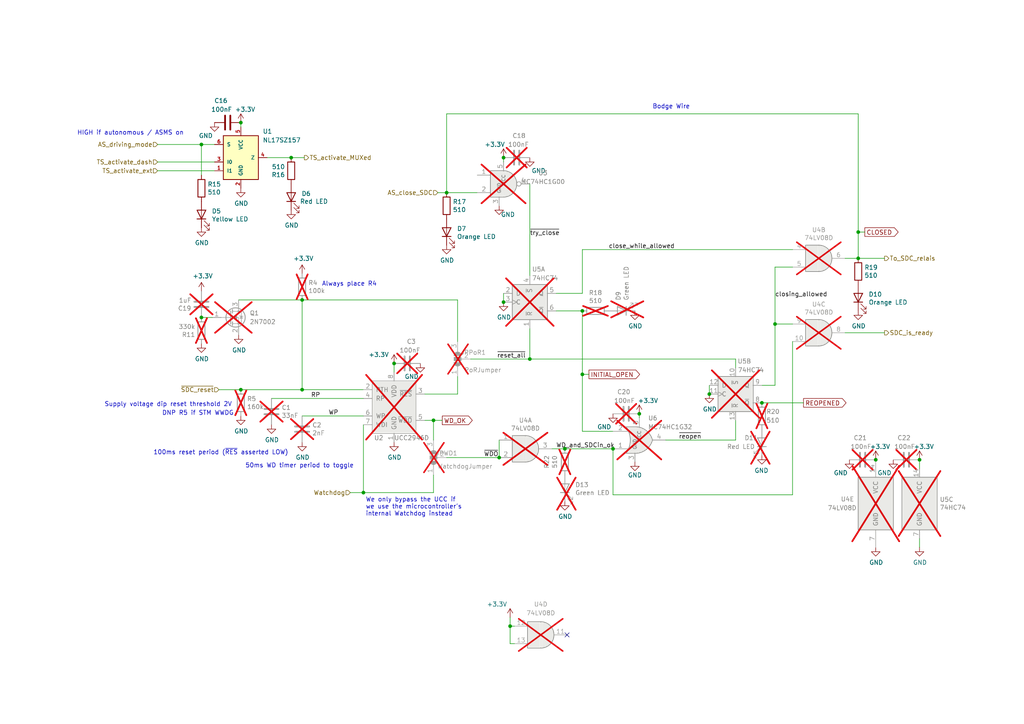
<source format=kicad_sch>
(kicad_sch (version 20230121) (generator eeschema)
  (paper "A4")
  (title_block (title "SDCL - Non-Programmable Logic") (date "2021-12-16") (rev "v1.0") (company "FaSTTUBe - Formula Student Team TU Berlin") (comment 1 "Car 113") (comment 2 "EBS Electronics") (comment 3 "Compliance for rule T 14.5.1 and T 14.5.2") (comment 4 "Hard-Wired logic for SDC relay latching and activation buttons"))
  (lib_symbols
    (symbol "74xx:74HC74" (pin_names (offset 1.016))
      (property "Reference" "U" (at -7.62 8.89 0))
      (property "Value" "74HC74" (at -7.62 -8.89 0))
      (symbol "74HC74_1_0"
        (pin input line (at 0 -7.62 90) (length 2.54) (name "~{R}") (number "1"))
        (pin input line (at -7.62 2.54 0) (length 2.54) (name "D") (number "2"))
        (pin input clock (at -7.62 0 0) (length 2.54) (name "C") (number "3"))
        (pin input line (at 0 7.62 270) (length 2.54) (name "~{S}") (number "4"))
        (pin output line (at 7.62 2.54 180) (length 2.54) (name "Q") (number "5"))
        (pin output line (at 7.62 -2.54 180) (length 2.54) (name "~{Q}") (number "6"))
      )
      (symbol "74HC74_1_1"
        (rectangle (start -5.08 5.08) (end 5.08 -5.08) (stroke (width 0.254)) (fill (type background)))
      )
      (symbol "74HC74_2_0"
        (pin input line (at 0 7.62 270) (length 2.54) (name "~{S}") (number "10"))
        (pin input clock (at -7.62 0 0) (length 2.54) (name "C") (number "11"))
        (pin input line (at -7.62 2.54 0) (length 2.54) (name "D") (number "12"))
        (pin input line (at 0 -7.62 90) (length 2.54) (name "~{R}") (number "13"))
        (pin output line (at 7.62 -2.54 180) (length 2.54) (name "~{Q}") (number "8"))
        (pin output line (at 7.62 2.54 180) (length 2.54) (name "Q") (number "9"))
      )
      (symbol "74HC74_2_1"
        (rectangle (start -5.08 5.08) (end 5.08 -5.08) (stroke (width 0.254)) (fill (type background)))
      )
      (symbol "74HC74_3_0"
        (pin power_in line (at 0 10.16 270) (length 2.54) (name "VCC") (number "14"))
        (pin power_in line (at 0 -10.16 90) (length 2.54) (name "GND") (number "7"))
      )
      (symbol "74HC74_3_1"
        (rectangle (start -5.08 7.62) (end 5.08 -7.62) (stroke (width 0.254)) (fill (type background)))
      )
    )
    (symbol "Custom:74LV08D" (pin_names (offset 1.016))
      (property "Reference" "U" (at 3.81 6.35 0))
      (property "Value" "74LV08D" (at 7.62 3.81 0))
      (symbol "74LV08D_1_1"
        (arc (start 0 -3.81) (mid 3.7934 0) (end 0 3.81) (stroke (width 0.254)) (fill (type background)))
        (polyline (pts (xy 0 3.81) (xy -3.81 3.81) (xy -3.81 -3.81) (xy 0 -3.81)) (stroke (width 0.254)) (fill (type background)))
        (pin input line (at -7.62 2.54 0) (length 3.81) (name "~") (number "1"))
        (pin input line (at -7.62 -2.54 0) (length 3.81) (name "~") (number "2"))
        (pin output line (at 7.62 0 180) (length 3.81) (name "~") (number "3"))
      )
      (symbol "74LV08D_1_2"
        (arc (start -3.81 -3.81) (mid -2.589 0) (end -3.81 3.81) (stroke (width 0.254)))
        (arc (start -0.6096 -3.81) (mid 2.1842 -2.5851) (end 3.81 0) (stroke (width 0.254)) (fill (type background)))
        (polyline (pts (xy -3.81 -3.81) (xy -0.635 -3.81)) (stroke (width 0.254)) (fill (type background)))
        (polyline (pts (xy -3.81 3.81) (xy -0.635 3.81)) (stroke (width 0.254)) (fill (type background)))
        (polyline (pts (xy -0.635 3.81) (xy -3.81 3.81) (xy -3.81 3.81) (xy -3.556 3.4036) (xy -3.0226 2.2606) (xy -2.6924 1.0414) (xy -2.6162 -0.254) (xy -2.7686 -1.4986) (xy -3.175 -2.7178) (xy -3.81 -3.81) (xy -3.81 -3.81) (xy -0.635 -3.81)) (stroke (width -25.4)) (fill (type background)))
        (arc (start 3.81 0) (mid 2.1915 2.5936) (end -0.6096 3.81) (stroke (width 0.254)) (fill (type background)))
        (pin input inverted (at -7.62 2.54 0) (length 4.318) (name "~") (number "1"))
        (pin input inverted (at -7.62 -2.54 0) (length 4.318) (name "~") (number "2"))
        (pin output inverted (at 7.62 0 180) (length 3.81) (name "~") (number "3"))
      )
      (symbol "74LV08D_2_1"
        (arc (start 0 -3.81) (mid 3.7934 0) (end 0 3.81) (stroke (width 0.254)) (fill (type background)))
        (polyline (pts (xy 0 3.81) (xy -3.81 3.81) (xy -3.81 -3.81) (xy 0 -3.81)) (stroke (width 0.254)) (fill (type background)))
        (pin input line (at -7.62 2.54 0) (length 3.81) (name "~") (number "4"))
        (pin input line (at -7.62 -2.54 0) (length 3.81) (name "~") (number "5"))
        (pin output line (at 7.62 0 180) (length 3.81) (name "~") (number "6"))
      )
      (symbol "74LV08D_2_2"
        (arc (start -3.81 -3.81) (mid -2.589 0) (end -3.81 3.81) (stroke (width 0.254)))
        (arc (start -0.6096 -3.81) (mid 2.1842 -2.5851) (end 3.81 0) (stroke (width 0.254)) (fill (type background)))
        (polyline (pts (xy -3.81 -3.81) (xy -0.635 -3.81)) (stroke (width 0.254)) (fill (type background)))
        (polyline (pts (xy -3.81 3.81) (xy -0.635 3.81)) (stroke (width 0.254)) (fill (type background)))
        (polyline (pts (xy -0.635 3.81) (xy -3.81 3.81) (xy -3.81 3.81) (xy -3.556 3.4036) (xy -3.0226 2.2606) (xy -2.6924 1.0414) (xy -2.6162 -0.254) (xy -2.7686 -1.4986) (xy -3.175 -2.7178) (xy -3.81 -3.81) (xy -3.81 -3.81) (xy -0.635 -3.81)) (stroke (width -25.4)) (fill (type background)))
        (arc (start 3.81 0) (mid 2.1915 2.5936) (end -0.6096 3.81) (stroke (width 0.254)) (fill (type background)))
        (pin input inverted (at -7.62 2.54 0) (length 4.318) (name "~") (number "4"))
        (pin input inverted (at -7.62 -2.54 0) (length 4.318) (name "~") (number "5"))
        (pin output inverted (at 7.62 0 180) (length 3.81) (name "~") (number "6"))
      )
      (symbol "74LV08D_3_1"
        (arc (start 0 -3.81) (mid 3.7934 0) (end 0 3.81) (stroke (width 0.254)) (fill (type background)))
        (polyline (pts (xy 0 3.81) (xy -3.81 3.81) (xy -3.81 -3.81) (xy 0 -3.81)) (stroke (width 0.254)) (fill (type background)))
        (pin input line (at -7.62 -2.54 0) (length 3.81) (name "~") (number "10"))
        (pin output line (at 7.62 0 180) (length 3.81) (name "~") (number "8"))
        (pin input line (at -7.62 2.54 0) (length 3.81) (name "~") (number "9"))
      )
      (symbol "74LV08D_3_2"
        (arc (start -3.81 -3.81) (mid -2.589 0) (end -3.81 3.81) (stroke (width 0.254)))
        (arc (start -0.6096 -3.81) (mid 2.1842 -2.5851) (end 3.81 0) (stroke (width 0.254)) (fill (type background)))
        (polyline (pts (xy -3.81 -3.81) (xy -0.635 -3.81)) (stroke (width 0.254)) (fill (type background)))
        (polyline (pts (xy -3.81 3.81) (xy -0.635 3.81)) (stroke (width 0.254)) (fill (type background)))
        (polyline (pts (xy -0.635 3.81) (xy -3.81 3.81) (xy -3.81 3.81) (xy -3.556 3.4036) (xy -3.0226 2.2606) (xy -2.6924 1.0414) (xy -2.6162 -0.254) (xy -2.7686 -1.4986) (xy -3.175 -2.7178) (xy -3.81 -3.81) (xy -3.81 -3.81) (xy -0.635 -3.81)) (stroke (width -25.4)) (fill (type background)))
        (arc (start 3.81 0) (mid 2.1915 2.5936) (end -0.6096 3.81) (stroke (width 0.254)) (fill (type background)))
        (pin input inverted (at -7.62 -2.54 0) (length 4.318) (name "~") (number "10"))
        (pin output inverted (at 7.62 0 180) (length 3.81) (name "~") (number "8"))
        (pin input inverted (at -7.62 2.54 0) (length 4.318) (name "~") (number "9"))
      )
      (symbol "74LV08D_4_1"
        (arc (start 0 -3.81) (mid 3.7934 0) (end 0 3.81) (stroke (width 0.254)) (fill (type background)))
        (polyline (pts (xy 0 3.81) (xy -3.81 3.81) (xy -3.81 -3.81) (xy 0 -3.81)) (stroke (width 0.254)) (fill (type background)))
        (pin output line (at 7.62 0 180) (length 3.81) (name "~") (number "11"))
        (pin input line (at -7.62 2.54 0) (length 3.81) (name "~") (number "12"))
        (pin input line (at -7.62 -2.54 0) (length 3.81) (name "~") (number "13"))
      )
      (symbol "74LV08D_4_2"
        (arc (start -3.81 -3.81) (mid -2.589 0) (end -3.81 3.81) (stroke (width 0.254)))
        (arc (start -0.6096 -3.81) (mid 2.1842 -2.5851) (end 3.81 0) (stroke (width 0.254)) (fill (type background)))
        (polyline (pts (xy -3.81 -3.81) (xy -0.635 -3.81)) (stroke (width 0.254)) (fill (type background)))
        (polyline (pts (xy -3.81 3.81) (xy -0.635 3.81)) (stroke (width 0.254)) (fill (type background)))
        (polyline (pts (xy -0.635 3.81) (xy -3.81 3.81) (xy -3.81 3.81) (xy -3.556 3.4036) (xy -3.0226 2.2606) (xy -2.6924 1.0414) (xy -2.6162 -0.254) (xy -2.7686 -1.4986) (xy -3.175 -2.7178) (xy -3.81 -3.81) (xy -3.81 -3.81) (xy -0.635 -3.81)) (stroke (width -25.4)) (fill (type background)))
        (arc (start 3.81 0) (mid 2.1915 2.5936) (end -0.6096 3.81) (stroke (width 0.254)) (fill (type background)))
        (pin output inverted (at 7.62 0 180) (length 3.81) (name "~") (number "11"))
        (pin input inverted (at -7.62 2.54 0) (length 4.318) (name "~") (number "12"))
        (pin input inverted (at -7.62 -2.54 0) (length 4.318) (name "~") (number "13"))
      )
      (symbol "74LV08D_5_0"
        (pin power_in line (at 0 12.7 270) (length 5.08) (name "VCC") (number "14"))
        (pin power_in line (at 0 -12.7 90) (length 5.08) (name "GND") (number "7"))
      )
      (symbol "74LV08D_5_1"
        (rectangle (start -5.08 7.62) (end 5.08 -7.62) (stroke (width 0.254)) (fill (type background)))
      )
    )
    (symbol "Custom:MC74HC1G00" (pin_names (offset 1.016))
      (property "Reference" "U" (at 1.27 7.62 0))
      (property "Value" "MC74HC1G00" (at 7.62 5.08 0))
      (symbol "MC74HC1G00_1_1"
        (arc (start 0 -3.81) (mid 3.7934 0) (end 0 3.81) (stroke (width 0.254)) (fill (type background)))
        (polyline (pts (xy 0 3.81) (xy -3.81 3.81) (xy -3.81 -3.81) (xy 0 -3.81)) (stroke (width 0.254)) (fill (type background)))
        (pin input line (at -7.62 2.54 0) (length 3.81) (name "~") (number "1"))
        (pin input line (at -7.62 -2.54 0) (length 3.81) (name "~") (number "2"))
        (pin power_in line (at -1.27 -6.35 90) (length 2.54) (name "GND") (number "3"))
        (pin output inverted (at 7.62 0 180) (length 3.81) (name "~") (number "4"))
        (pin power_in line (at 0 6.35 270) (length 2.54) (name "VCC") (number "5"))
      )
      (symbol "MC74HC1G00_1_2"
        (arc (start -3.81 -3.81) (mid -2.589 0) (end -3.81 3.81) (stroke (width 0.254)))
        (arc (start -0.6096 -3.81) (mid 2.1842 -2.5851) (end 3.81 0) (stroke (width 0.254)) (fill (type background)))
        (polyline (pts (xy -3.81 -3.81) (xy -0.635 -3.81)) (stroke (width 0.254)) (fill (type background)))
        (polyline (pts (xy -3.81 3.81) (xy -0.635 3.81)) (stroke (width 0.254)) (fill (type background)))
        (polyline (pts (xy -0.635 3.81) (xy -3.81 3.81) (xy -3.81 3.81) (xy -3.556 3.4036) (xy -3.0226 2.2606) (xy -2.6924 1.0414) (xy -2.6162 -0.254) (xy -2.7686 -1.4986) (xy -3.175 -2.7178) (xy -3.81 -3.81) (xy -3.81 -3.81) (xy -0.635 -3.81)) (stroke (width -25.4)) (fill (type background)))
        (arc (start 3.81 0) (mid 2.1915 2.5936) (end -0.6096 3.81) (stroke (width 0.254)) (fill (type background)))
        (pin input inverted (at -7.62 2.54 0) (length 4.318) (name "~") (number "1"))
        (pin input inverted (at -7.62 -2.54 0) (length 4.318) (name "~") (number "2"))
        (pin output line (at 7.62 0 180) (length 3.81) (name "~") (number "3"))
      )
    )
    (symbol "Custom:MC74HC1G32" (pin_names (offset 1.016))
      (property "Reference" "U6" (at 2.54 6.35 0))
      (property "Value" "MC74HC1G32" (at 2.54 3.81 0))
      (symbol "MC74HC1G32_1_1"
        (arc (start -3.81 -3.81) (mid -2.589 0) (end -3.81 3.81) (stroke (width 0.254)))
        (arc (start -0.6096 -3.81) (mid 2.1842 -2.5851) (end 3.81 0) (stroke (width 0.254)) (fill (type background)))
        (polyline (pts (xy -3.81 -3.81) (xy -0.635 -3.81)) (stroke (width 0.254)) (fill (type background)))
        (polyline (pts (xy -3.81 3.81) (xy -0.635 3.81)) (stroke (width 0.254)) (fill (type background)))
        (polyline (pts (xy -0.635 3.81) (xy -3.81 3.81) (xy -3.81 3.81) (xy -3.556 3.4036) (xy -3.0226 2.2606) (xy -2.6924 1.0414) (xy -2.6162 -0.254) (xy -2.7686 -1.4986) (xy -3.175 -2.7178) (xy -3.81 -3.81) (xy -3.81 -3.81) (xy -0.635 -3.81)) (stroke (width -25.4)) (fill (type background)))
        (arc (start 3.81 0) (mid 2.1915 2.5936) (end -0.6096 3.81) (stroke (width 0.254)) (fill (type background)))
        (pin input line (at -7.62 -2.54 0) (length 4.318) (name "~") (number "1"))
        (pin input line (at -7.62 2.54 0) (length 4.318) (name "~") (number "2"))
        (pin power_in line (at -1.27 -6.35 90) (length 2.54) (name "GND") (number "3"))
        (pin output line (at 7.62 0 180) (length 3.81) (name "~") (number "4"))
        (pin power_in line (at 0 6.35 270) (length 2.54) (name "VCC") (number "5"))
      )
      (symbol "MC74HC1G32_1_2"
        (arc (start 0 -3.81) (mid 3.7934 0) (end 0 3.81) (stroke (width 0.254)) (fill (type background)))
        (polyline (pts (xy 0 3.81) (xy -3.81 3.81) (xy -3.81 -3.81) (xy 0 -3.81)) (stroke (width 0.254)) (fill (type background)))
        (pin input inverted (at -7.62 2.54 0) (length 3.81) (name "~") (number "1"))
        (pin input inverted (at -7.62 -2.54 0) (length 3.81) (name "~") (number "2"))
        (pin output inverted (at 7.62 0 180) (length 3.81) (name "~") (number "3"))
      )
    )
    (symbol "Custom:NL17SZ157" (pin_names (offset 1.016))
      (property "Reference" "U" (at 0 15.24 0))
      (property "Value" "NL17SZ157" (at 0 12.7 0))
      (symbol "NL17SZ157_1_1"
        (rectangle (start -5.08 6.35) (end 5.08 -6.35) (stroke (width 0.254)) (fill (type background)))
        (pin input line (at -7.62 -3.81 0) (length 2.54) (name "I1") (number "1"))
        (pin power_in line (at 0 -8.89 90) (length 2.54) (name "GND") (number "2"))
        (pin input line (at -7.62 -1.27 0) (length 2.54) (name "I0") (number "3"))
        (pin output line (at 7.62 0 180) (length 2.54) (name "Z") (number "4"))
        (pin power_in line (at 0 8.89 270) (length 2.54) (name "VCC") (number "5"))
        (pin input line (at -7.62 3.81 0) (length 2.54) (name "S") (number "6"))
      )
    )
    (symbol "Custom:UCC2946" (pin_names (offset 1.016))
      (property "Reference" "U" (at 0 15.24 0))
      (property "Value" "UCC2946" (at 0 12.7 0))
      (symbol "UCC2946_0_1"
        (rectangle (start -6.35 7.62) (end 6.35 -7.62) (fill (type background)))
      )
      (symbol "UCC2946_1_1"
        (pin power_in line (at 0 -10.16 90) (length 2.54) (name "GND") (number "1"))
        (pin input line (at -8.89 5.08 0) (length 2.54) (name "RTH") (number "2"))
        (pin input line (at 8.89 3.81 180) (length 2.54) (name "~{RES}") (number "3"))
        (pin input line (at -8.89 2.54 0) (length 2.54) (name "RP") (number "4"))
        (pin input line (at 8.89 -3.81 180) (length 2.54) (name "~{WDO}") (number "5"))
        (pin input line (at -8.89 -2.54 0) (length 2.54) (name "WP") (number "6"))
        (pin input line (at -8.89 -5.08 0) (length 2.54) (name "WDI") (number "7"))
        (pin power_in line (at 0 10.16 270) (length 2.54) (name "VDD") (number "8"))
      )
    )
    (symbol "Device:C" (pin_numbers hide) (pin_names (offset 0.254))
      (property "Reference" "C" (at 0.635 2.54 0))
      (property "Value" "C" (at 0.635 -2.54 0))
      (symbol "C_0_1"
        (polyline (pts (xy -2.032 -0.762) (xy 2.032 -0.762)) (stroke (width 0.508)))
        (polyline (pts (xy -2.032 0.762) (xy 2.032 0.762)) (stroke (width 0.508)))
      )
      (symbol "C_1_1"
        (pin passive line (at 0 3.81 270) (length 2.794) (name "~") (number "1"))
        (pin passive line (at 0 -3.81 90) (length 2.794) (name "~") (number "2"))
      )
    )
    (symbol "Device:LED" (pin_numbers hide) (pin_names (offset 1.016) hide)
      (property "Reference" "D" (at 0 2.54 0))
      (property "Value" "LED" (at 0 -2.54 0))
      (symbol "LED_0_1"
        (polyline (pts (xy -1.27 -1.27) (xy -1.27 1.27)) (stroke (width 0.254)))
        (polyline (pts (xy -1.27 0) (xy 1.27 0)))
        (polyline (pts (xy 1.27 -1.27) (xy 1.27 1.27) (xy -1.27 0) (xy 1.27 -1.27)) (stroke (width 0.254)))
        (polyline (pts (xy -3.048 -0.762) (xy -4.572 -2.286) (xy -3.81 -2.286) (xy -4.572 -2.286) (xy -4.572 -1.524)))
        (polyline (pts (xy -1.778 -0.762) (xy -3.302 -2.286) (xy -2.54 -2.286) (xy -3.302 -2.286) (xy -3.302 -1.524)))
      )
      (symbol "LED_1_1"
        (pin passive line (at -3.81 0 0) (length 2.54) (name "K") (number "1"))
        (pin passive line (at 3.81 0 180) (length 2.54) (name "A") (number "2"))
      )
    )
    (symbol "Device:Q_NMOS_GSD" (pin_names (offset 0) hide)
      (property "Reference" "Q" (at 5.08 1.27 0))
      (property "Value" "Q_NMOS_GSD" (at 5.08 -1.27 0))
      (symbol "Q_NMOS_GSD_0_1"
        (polyline (pts (xy 0.254 0) (xy -2.54 0)))
        (polyline (pts (xy 0.254 1.905) (xy 0.254 -1.905)) (stroke (width 0.254)))
        (polyline (pts (xy 0.762 -1.27) (xy 0.762 -2.286)) (stroke (width 0.254)))
        (polyline (pts (xy 0.762 0.508) (xy 0.762 -0.508)) (stroke (width 0.254)))
        (polyline (pts (xy 0.762 2.286) (xy 0.762 1.27)) (stroke (width 0.254)))
        (polyline (pts (xy 2.54 2.54) (xy 2.54 1.778)))
        (polyline (pts (xy 2.54 -2.54) (xy 2.54 0) (xy 0.762 0)))
        (polyline (pts (xy 0.762 -1.778) (xy 3.302 -1.778) (xy 3.302 1.778) (xy 0.762 1.778)))
        (polyline (pts (xy 1.016 0) (xy 2.032 0.381) (xy 2.032 -0.381) (xy 1.016 0)) (fill (type outline)))
        (polyline (pts (xy 2.794 0.508) (xy 2.921 0.381) (xy 3.683 0.381) (xy 3.81 0.254)))
        (polyline (pts (xy 3.302 0.381) (xy 2.921 -0.254) (xy 3.683 -0.254) (xy 3.302 0.381)))
        (circle (center 1.651 0) (radius 2.794) (stroke (width 0.254)))
        (circle (center 2.54 -1.778) (radius 0.254) (fill (type outline)))
        (circle (center 2.54 1.778) (radius 0.254) (fill (type outline)))
      )
      (symbol "Q_NMOS_GSD_1_1"
        (pin input line (at -5.08 0 0) (length 2.54) (name "G") (number "1"))
        (pin passive line (at 2.54 -5.08 90) (length 2.54) (name "S") (number "2"))
        (pin passive line (at 2.54 5.08 270) (length 2.54) (name "D") (number "3"))
      )
    )
    (symbol "Device:R" (pin_numbers hide) (pin_names (offset 0))
      (property "Reference" "R" (at 2.032 0 90))
      (property "Value" "R" (at 0 0 90))
      (symbol "R_0_1"
        (rectangle (start -1.016 -2.54) (end 1.016 2.54) (stroke (width 0.254)))
      )
      (symbol "R_1_1"
        (pin passive line (at 0 3.81 270) (length 1.27) (name "~") (number "1"))
        (pin passive line (at 0 -3.81 90) (length 1.27) (name "~") (number "2"))
      )
    )
    (symbol "Jumper:SolderJumper_3_Open" (pin_names (offset 0) hide)
      (property "Reference" "JP" (at -2.54 -2.54 0))
      (property "Value" "SolderJumper_3_Open" (at 0 2.794 0))
      (symbol "SolderJumper_3_Open_0_1"
        (arc (start -1.016 1.016) (mid -2.0276 0) (end -1.016 -1.016))
        (arc (start -1.016 1.016) (mid -2.0276 0) (end -1.016 -1.016) (fill (type outline)))
        (rectangle (start -0.508 1.016) (end 0.508 -1.016) (fill (type outline)))
        (polyline (pts (xy -2.54 0) (xy -2.032 0)))
        (polyline (pts (xy -1.016 1.016) (xy -1.016 -1.016)))
        (polyline (pts (xy 0 -1.27) (xy 0 -1.016)))
        (polyline (pts (xy 1.016 1.016) (xy 1.016 -1.016)))
        (polyline (pts (xy 2.54 0) (xy 2.032 0)))
        (arc (start 1.016 -1.016) (mid 2.0276 0) (end 1.016 1.016))
        (arc (start 1.016 -1.016) (mid 2.0276 0) (end 1.016 1.016) (fill (type outline)))
      )
      (symbol "SolderJumper_3_Open_1_1"
        (pin passive line (at -5.08 0 0) (length 2.54) (name "A") (number "1"))
        (pin passive line (at 0 -3.81 90) (length 2.54) (name "C") (number "2"))
        (pin passive line (at 5.08 0 180) (length 2.54) (name "B") (number "3"))
      )
    )
    (symbol "power:+3.3V" (power) (pin_names (offset 0))
      (property "Value" "+3.3V" (at 0 3.556 0))
      (symbol "+3.3V_0_1"
        (polyline (pts (xy -0.762 1.27) (xy 0 2.54)))
        (polyline (pts (xy 0 0) (xy 0 2.54)))
        (polyline (pts (xy 0 2.54) (xy 0.762 1.27)))
      )
      (symbol "+3.3V_1_1"
        (pin power_in line (at 0 0 90) (length 0) hide (name "+3.3V") (number "1"))
      )
    )
    (symbol "power:GND" (power) (pin_names (offset 0))
      (property "Value" "GND" (at 0 -3.81 0))
      (symbol "GND_0_1"
        (polyline (pts (xy 0 0) (xy 0 -1.27) (xy 1.27 -1.27) (xy 0 -2.54) (xy -1.27 -1.27) (xy 0 -1.27)))
      )
      (symbol "GND_1_1"
        (pin power_in line (at 0 0 270) (length 0) hide (name "GND") (number "1"))
      )
    )
  )
  (junction (at 185.42 120.015))
  (junction (at 168.91 108.585))
  (junction (at 114.3 105.41))
  (junction (at 224.79 93.98))
  (junction (at 248.92 67.31))
  (junction (at 87.63 86.995))
  (junction (at 220.98 116.84))
  (junction (at 168.91 90.17))
  (junction (at 248.92 74.93))
  (junction (at 266.7 133.35))
  (junction (at 146.05 87.63))
  (junction (at 84.455 45.72))
  (junction (at 125.73 121.92))
  (junction (at 105.41 142.875))
  (junction (at 163.83 130.175))
  (junction (at 146.05 45.72))
  (junction (at 177.8 130.175))
  (junction (at 153.67 104.14))
  (junction (at 147.955 181.61))
  (junction (at 144.78 132.715))
  (junction (at 58.42 92.075))
  (junction (at 254 133.35))
  (junction (at 129.54 55.88))
  (junction (at 69.85 113.03))
  (junction (at 87.63 113.03))
  (junction (at 58.42 41.91))
  (junction (at 69.85 35.56))
  (junction (at 205.74 114.3))
  (no_connect (at 164.465 184.15))
  (wire (pts (xy 45.72 49.53) (xy 62.23 49.53)))
  (wire (pts (xy 245.11 96.52) (xy 256.54 96.52)))
  (wire (pts (xy 224.79 111.76) (xy 224.79 93.98)))
  (wire (pts (xy 161.29 85.09) (xy 168.91 85.09)))
  (wire (pts (xy 213.36 104.14) (xy 153.67 104.14)))
  (wire (pts (xy 128.27 121.92) (xy 125.73 121.92)))
  (wire (pts (xy 127 55.88) (xy 129.54 55.88)))
  (wire (pts (xy 84.455 45.72) (xy 88.265 45.72)))
  (wire (pts (xy 153.67 53.34) (xy 153.67 80.01)))
  (wire (pts (xy 69.85 35.56) (xy 69.85 36.83)))
  (wire (pts (xy 168.91 108.585) (xy 168.91 125.095)))
  (wire (pts (xy 69.85 113.03) (xy 87.63 113.03)))
  (wire (pts (xy 132.715 99.06) (xy 132.715 86.995)))
  (wire (pts (xy 250.825 67.31) (xy 248.92 67.31)))
  (wire (pts (xy 248.92 33.02) (xy 248.92 67.31)))
  (wire (pts (xy 224.79 93.98) (xy 224.79 77.47)))
  (wire (pts (xy 123.19 114.3) (xy 132.715 114.3)))
  (wire (pts (xy 125.73 127.635) (xy 125.73 121.92)))
  (wire (pts (xy 45.72 41.91) (xy 58.42 41.91)))
  (wire (pts (xy 224.79 77.47) (xy 229.87 77.47)))
  (wire (pts (xy 136.525 104.14) (xy 153.67 104.14)))
  (wire (pts (xy 129.54 55.88) (xy 138.43 55.88)))
  (wire (pts (xy 213.36 127.635) (xy 213.36 121.92)))
  (wire (pts (xy 58.42 41.91) (xy 58.42 50.8)))
  (wire (pts (xy 125.73 137.795) (xy 125.73 142.875)))
  (wire (pts (xy 168.91 90.17) (xy 161.29 90.17)))
  (wire (pts (xy 163.83 130.175) (xy 177.8 130.175)))
  (wire (pts (xy 77.47 45.72) (xy 84.455 45.72)))
  (wire (pts (xy 185.42 120.015) (xy 185.42 121.285)))
  (wire (pts (xy 168.91 90.17) (xy 168.91 108.585)))
  (wire (pts (xy 213.36 104.14) (xy 213.36 106.68)))
  (wire (pts (xy 144.78 127.635) (xy 144.78 132.715)))
  (wire (pts (xy 63.5 113.03) (xy 69.85 113.03)))
  (wire (pts (xy 266.7 135.89) (xy 266.7 133.35)))
  (wire (pts (xy 78.74 115.57) (xy 105.41 115.57)))
  (wire (pts (xy 193.04 127.635) (xy 213.36 127.635)))
  (wire (pts (xy 58.42 92.075) (xy 61.595 92.075)))
  (wire (pts (xy 177.8 143.51) (xy 177.8 130.175)))
  (wire (pts (xy 114.3 105.41) (xy 114.3 107.95)))
  (wire (pts (xy 129.54 132.715) (xy 144.78 132.715)))
  (wire (pts (xy 153.67 95.25) (xy 153.67 104.14)))
  (wire (pts (xy 168.91 72.39) (xy 168.91 85.09)))
  (wire (pts (xy 123.19 121.92) (xy 125.73 121.92)))
  (wire (pts (xy 220.98 116.84) (xy 233.045 116.84)))
  (wire (pts (xy 87.63 86.995) (xy 87.63 113.03)))
  (wire (pts (xy 220.98 111.76) (xy 224.79 111.76)))
  (wire (pts (xy 125.73 142.875) (xy 105.41 142.875)))
  (wire (pts (xy 266.7 158.75) (xy 266.7 156.21)))
  (wire (pts (xy 160.02 130.175) (xy 163.83 130.175)))
  (wire (pts (xy 248.92 74.93) (xy 256.54 74.93)))
  (wire (pts (xy 101.6 142.875) (xy 105.41 142.875)))
  (wire (pts (xy 147.955 181.61) (xy 147.955 186.69)))
  (wire (pts (xy 146.05 45.72) (xy 146.05 46.99)))
  (wire (pts (xy 147.955 179.07) (xy 147.955 181.61)))
  (wire (pts (xy 147.955 181.61) (xy 149.225 181.61)))
  (wire (pts (xy 87.63 86.995) (xy 69.215 86.995)))
  (wire (pts (xy 45.72 46.99) (xy 62.23 46.99)))
  (wire (pts (xy 168.91 125.095) (xy 177.8 125.095)))
  (wire (pts (xy 205.74 111.76) (xy 205.74 114.3)))
  (wire (pts (xy 248.92 67.31) (xy 248.92 74.93)))
  (wire (pts (xy 146.05 85.09) (xy 146.05 87.63)))
  (wire (pts (xy 87.63 113.03) (xy 105.41 113.03)))
  (wire (pts (xy 129.54 55.88) (xy 129.54 33.02)))
  (wire (pts (xy 229.87 93.98) (xy 224.79 93.98)))
  (wire (pts (xy 168.91 72.39) (xy 229.87 72.39)))
  (wire (pts (xy 105.41 142.875) (xy 105.41 123.19)))
  (wire (pts (xy 132.715 109.22) (xy 132.715 114.3)))
  (wire (pts (xy 129.54 33.02) (xy 248.92 33.02)))
  (wire (pts (xy 147.955 186.69) (xy 149.225 186.69)))
  (wire (pts (xy 58.42 41.91) (xy 62.23 41.91)))
  (wire (pts (xy 168.91 108.585) (xy 170.815 108.585)))
  (wire (pts (xy 245.11 74.93) (xy 248.92 74.93)))
  (wire (pts (xy 229.87 99.06) (xy 229.87 143.51)))
  (wire (pts (xy 87.63 86.995) (xy 132.715 86.995)))
  (wire (pts (xy 229.87 143.51) (xy 177.8 143.51)))
  (wire (pts (xy 87.63 120.65) (xy 105.41 120.65)))
  (text "Supply voltage dip reset threshold 2V" (at 67.31 118.11 0) (effects (font (size 1.27 1.27)) (justify right bottom)))
  (text "100ms reset period (~{RES} asserted LOW)" (at 44.45 132.08 0) (effects (font (size 1.27 1.27)) (justify left bottom)))
  (text "50ms WD timer period to toggle" (at 71.12 135.89 0) (effects (font (size 1.27 1.27)) (justify left bottom)))
  (text "Always place R4" (at 93.345 83.185 0) (effects (font (size 1.27 1.27)) (justify left bottom)))
  (text "HIGH if autonomous / ASMS on" (at 53.34 39.37 0) (effects (font (size 1.27 1.27)) (justify right bottom)))
  (text "We only bypass the UCC if\nwe use the microcontroller's\ninternal Watchdog instead\n" (at 106.045 149.86 0) (effects (font (size 1.27 1.27)) (justify left bottom)))
  (text "Bodge Wire" (at 189.23 31.75 0) (effects (font (size 1.27 1.27)) (justify left bottom)))
  (text "DNP R5 if STM WWDG" (at 46.99 120.65 0) (effects (font (size 1.27 1.27)) (justify left bottom)))
  (label "~{reopen}" (at 196.85 127.635 0))
  (label "WP" (at 95.25 120.65 0))
  (label "WD_and_SDCin_ok" (at 161.29 130.175 0))
  (label "close_while_allowed" (at 176.53 72.39 0))
  (label "~{reset_all}" (at 144.145 104.14 0))
  (label "closing_allowed" (at 224.79 86.36 0))
  (label "~{WDO}" (at 140.335 132.715 0))
  (label "RP" (at 90.17 115.57 0))
  (label "~{try_close}" (at 153.67 68.58 0))
  (global_label "WD_OK" (shape output) (at 128.27 121.92 0) (property "Intersheetrefs" "${INTERSHEET_REFS}" (effects hide)))
  (global_label "CLOSED" (shape output) (at 250.825 67.31 0) (property "Intersheetrefs" "${INTERSHEET_REFS}" (effects hide)))
  (global_label "INITIAL_OPEN" (shape output) (at 170.815 108.585 0) (property "Intersheetrefs" "${INTERSHEET_REFS}" (effects hide)))
  (global_label "REOPENED" (shape output) (at 233.045 116.84 0) (property "Intersheetrefs" "${INTERSHEET_REFS}" (effects hide)))
  (hierarchical_label "TS_activate_dash" (shape input) (at 45.72 46.99 180))
  (hierarchical_label "~{SDC_reset}" (shape input) (at 63.5 113.03 180))
  (hierarchical_label "AS_close_SDC" (shape input) (at 127 55.88 180))
  (hierarchical_label "SDC_is_ready" (shape output) (at 256.54 96.52 0))
  (hierarchical_label "TS_activate_MUXed" (shape output) (at 88.265 45.72 0))
  (hierarchical_label "AS_driving_mode" (shape input) (at 45.72 41.91 180))
  (hierarchical_label "TS_activate_ext" (shape input) (at 45.72 49.53 180))
  (hierarchical_label "Watchdog" (shape input) (at 101.6 142.875 180))
  (hierarchical_label "To_SDC_relais" (shape output) (at 256.54 74.93 0))
  (symbol (lib_id "Device:C") (at 78.74 119.38 0) (unit 1) (dnp yes)
    (property "Reference" "C1" (at 81.661 118.2116 0) (effects (justify left)))
    (property "Value" "33nF" (at 81.661 120.523 0) (effects (justify left)))
    (property "Footprint" "Capacitor_SMD:C_0603_1608Metric_Pad1.08x0.95mm_HandSolder" (effects hide))
  )
  (symbol (lib_id "Device:C") (at 87.63 124.46 0) (unit 1) (dnp yes)
    (property "Reference" "C2" (at 90.551 123.2916 0) (effects (justify left)))
    (property "Value" "2nF" (at 90.551 125.603 0) (effects (justify left)))
    (property "Footprint" "Capacitor_SMD:C_0603_1608Metric_Pad1.08x0.95mm_HandSolder" (effects hide))
  )
  (symbol (lib_id "Custom:UCC2946") (at 114.3 118.11 0) (unit 1) (dnp yes)
    (property "Reference" "U2" (at 109.855 127 0))
    (property "Value" "UCC2946D" (at 119.38 127 0))
    (property "Footprint" "Package_SO:SOIC-8_3.9x4.9mm_P1.27mm" (effects hide))
    (property "Datasheet" "https://www.ti.com/lit/ds/symlink/ucc2946.pdf" (effects hide))
  )
  (symbol (lib_id "Device:C") (at 118.11 105.41 90) (unit 1) (dnp yes)
    (property "Reference" "C3" (at 120.65 99.06 90) (effects (justify left)))
    (property "Value" "100nF" (at 121.92 101.6 90) (effects (justify left)))
    (property "Footprint" "Capacitor_SMD:C_0603_1608Metric_Pad1.08x0.95mm_HandSolder" (effects hide))
  )
  (symbol (lib_id "Device:R") (at 69.85 116.84 0) (unit 1) (dnp yes)
    (property "Reference" "R5" (at 71.628 115.6716 0) (effects (justify left)))
    (property "Value" "160k" (at 71.628 117.983 0) (effects (justify left)))
    (property "Footprint" "Resistor_SMD:R_0603_1608Metric_Pad0.98x0.95mm_HandSolder" (effects hide))
  )
  (symbol (lib_id "Device:R") (at 87.63 83.185 0) (unit 1) (dnp yes)
    (property "Reference" "R4" (at 89.408 82.0166 0) (effects (justify left)))
    (property "Value" "100k" (at 89.408 84.328 0) (effects (justify left)))
    (property "Footprint" "Resistor_SMD:R_0603_1608Metric_Pad0.98x0.95mm_HandSolder" (effects hide))
  )
  (symbol (lib_id "power:GND") (at 144.78 59.69 0) (unit 1)
    (property "Reference" "#PWR0122" (effects hide))
    (property "Value" "GND" (at 147.32 62.23 0))
  )
  (symbol (lib_id "Custom:MC74HC1G32") (at 185.42 127.635 0) (unit 1) (dnp yes)
    (property "Reference" "U6" (at 187.96 121.285 0) (effects (justify left)))
    (property "Value" "MC74HC1G32" (at 187.96 123.825 0) (effects (justify left)))
    (property "Footprint" "Package_TO_SOT_SMD:SOT-23-5_HandSoldering" (effects hide))
    (property "Datasheet" "https://www.mouser.de/datasheet/2/308/1/MC74HC1G32_D-2315545.pdf" (effects hide))
  )
  (symbol (lib_id "power:GND") (at 184.15 133.985 0) (unit 1)
    (property "Reference" "#PWR0124" (effects hide))
    (property "Value" "GND" (at 184.15 137.795 0))
  )
  (symbol (lib_id "power:+3.3V") (at 185.42 120.015 0) (unit 1)
    (property "Reference" "#PWR0125" (effects hide))
    (property "Value" "+3.3V" (at 187.96 116.205 0))
  )
  (symbol (lib_id "power:GND") (at 121.92 105.41 0) (unit 1)
    (property "Reference" "#PWR0112" (effects hide))
    (property "Value" "GND" (at 119.38 109.22 0))
  )
  (symbol (lib_id "Custom:74LV08D") (at 152.4 130.175 0) (unit 1) (dnp yes)
    (property "Reference" "U4" (at 152.4 121.92 0))
    (property "Value" "74LV08D" (at 152.4 124.2314 0))
    (property "Footprint" "Package_SO:SOIC-14_3.9x8.7mm_P1.27mm" (effects hide))
    (property "Datasheet" "https://www.mouser.de/datasheet/2/916/74LV08-1388983.pdf" (effects hide))
  )
  (symbol (lib_id "power:GND") (at 87.63 128.27 0) (unit 1)
    (property "Reference" "#PWR0113" (effects hide))
    (property "Value" "GND" (at 87.757 132.6642 0))
  )
  (symbol (lib_id "Custom:74LV08D") (at 237.49 74.93 0) (unit 2) (dnp yes)
    (property "Reference" "U4" (at 237.49 66.675 0))
    (property "Value" "74LV08D" (at 237.49 68.9864 0))
    (property "Footprint" "Package_SO:SOIC-14_3.9x8.7mm_P1.27mm" (effects hide))
    (property "Datasheet" "https://www.mouser.de/datasheet/2/916/74LV08-1388983.pdf" (effects hide))
  )
  (symbol (lib_id "Custom:74LV08D") (at 237.49 96.52 0) (unit 3) (dnp yes)
    (property "Reference" "U4" (at 237.49 88.265 0))
    (property "Value" "74LV08D" (at 237.49 90.5764 0))
    (property "Footprint" "Package_SO:SOIC-14_3.9x8.7mm_P1.27mm" (effects hide))
    (property "Datasheet" "https://www.mouser.de/datasheet/2/916/74LV08-1388983.pdf" (effects hide))
  )
  (symbol (lib_id "power:GND") (at 146.05 87.63 0) (unit 1)
    (property "Reference" "#PWR0115" (effects hide))
    (property "Value" "GND" (at 146.177 92.0242 0))
  )
  (symbol (lib_id "Custom:74LV08D") (at 254 146.05 0) (unit 5) (dnp yes)
    (property "Reference" "U4" (at 243.84 144.78 0) (effects (justify left)))
    (property "Value" "74LV08D" (at 240.03 147.32 0) (effects (justify left)))
    (property "Footprint" "Package_SO:SOIC-14_3.9x8.7mm_P1.27mm" (effects hide))
    (property "Datasheet" "https://www.mouser.de/datasheet/2/916/74LV08-1388983.pdf" (effects hide))
  )
  (symbol (lib_id "power:GND") (at 205.74 114.3 0) (unit 1)
    (property "Reference" "#PWR0118" (effects hide))
    (property "Value" "GND" (at 205.867 118.6942 0))
  )
  (symbol (lib_id "power:+3.3V") (at 254 133.35 0) (unit 1)
    (property "Reference" "#PWR0126" (effects hide))
    (property "Value" "+3.3V" (at 255.27 129.54 0))
  )
  (symbol (lib_id "power:GND") (at 254 158.75 0) (unit 1)
    (property "Reference" "#PWR0127" (effects hide))
    (property "Value" "GND" (at 254.127 163.1442 0))
  )
  (symbol (lib_id "power:+3.3V") (at 114.3 105.41 0) (unit 1)
    (property "Reference" "#PWR0128" (effects hide))
    (property "Value" "+3.3V" (at 109.855 102.87 0))
  )
  (symbol (lib_id "power:+3.3V") (at 87.63 79.375 0) (unit 1)
    (property "Reference" "#PWR0129" (effects hide))
    (property "Value" "+3.3V" (at 88.011 74.9808 0))
  )
  (symbol (lib_id "power:GND") (at 69.85 120.65 0) (unit 1)
    (property "Reference" "#PWR0130" (effects hide))
    (property "Value" "GND" (at 69.977 125.0442 0))
  )
  (symbol (lib_id "power:GND") (at 78.74 123.19 0) (unit 1)
    (property "Reference" "#PWR0131" (effects hide))
    (property "Value" "GND" (at 78.867 127.5842 0))
  )
  (symbol (lib_id "Custom:NL17SZ157") (at 69.85 45.72 0) (unit 1)
    (property "Reference" "U1" (at 76.2 38.1 0) (effects (justify left)))
    (property "Value" "NL17SZ157" (at 76.2 40.64 0) (effects (justify left)))
    (property "Footprint" "Package_TO_SOT_SMD:SOT-23-6_Handsoldering" (effects hide))
    (property "Datasheet" "https://www.mouser.de/datasheet/2/308/1/NL17SZ157_D-2318109.pdf" (effects hide))
  )
  (symbol (lib_id "power:GND") (at 114.3 128.27 0) (unit 1)
    (property "Reference" "#PWR0132" (effects hide))
    (property "Value" "GND" (at 114.427 132.6642 0))
  )
  (symbol (lib_id "power:GND") (at 69.85 54.61 0) (unit 1)
    (property "Reference" "#PWR0116" (effects hide))
    (property "Value" "GND" (at 69.977 59.0042 0))
  )
  (symbol (lib_id "Device:LED") (at 248.92 86.36 90) (unit 1)
    (property "Reference" "D10" (at 251.9172 85.3694 90) (effects (justify right)))
    (property "Value" "Orange LED" (at 251.9172 87.6808 90) (effects (justify right)))
    (property "Footprint" "Diode_SMD:D_0603_1608Metric_Pad1.05x0.95mm_HandSolder" (effects hide))
  )
  (symbol (lib_id "Device:R") (at 248.92 78.74 0) (unit 1)
    (property "Reference" "R19" (at 250.698 77.5716 0) (effects (justify left)))
    (property "Value" "510" (at 250.698 79.883 0) (effects (justify left)))
    (property "Footprint" "Resistor_SMD:R_0603_1608Metric_Pad0.98x0.95mm_HandSolder" (effects hide))
  )
  (symbol (lib_id "power:GND") (at 248.92 90.17 0) (unit 1)
    (property "Reference" "#PWR0155" (effects hide))
    (property "Value" "GND" (at 249.047 94.5642 0))
  )
  (symbol (lib_id "Device:LED") (at 163.83 141.605 90) (unit 1) (dnp yes)
    (property "Reference" "D13" (at 166.8272 140.6144 90) (effects (justify right)))
    (property "Value" "Green LED" (at 166.8272 142.9258 90) (effects (justify right)))
    (property "Footprint" "Diode_SMD:D_0603_1608Metric_Pad1.05x0.95mm_HandSolder" (effects hide))
  )
  (symbol (lib_id "Device:R") (at 163.83 133.985 180) (unit 1) (dnp yes)
    (property "Reference" "R22" (at 158.5722 133.985 90))
    (property "Value" "510" (at 160.8836 133.985 90))
    (property "Footprint" "Resistor_SMD:R_0603_1608Metric_Pad0.98x0.95mm_HandSolder" (effects hide))
  )
  (symbol (lib_id "power:GND") (at 163.83 145.415 0) (unit 1)
    (property "Reference" "#PWR0163" (effects hide))
    (property "Value" "GND" (at 163.957 149.8092 0))
  )
  (symbol (lib_id "74xx:74HC74") (at 153.67 87.63 0) (unit 1) (dnp yes)
    (property "Reference" "U5" (at 156.21 78.105 0))
    (property "Value" "74HC74" (at 158.115 80.645 0))
    (property "Footprint" "Package_SO:SOIC-14_3.9x8.7mm_P1.27mm" (effects hide))
    (property "Datasheet" "https://www.mouser.de/datasheet/2/916/74HC_HCT74-1319854.pdf" (effects hide))
  )
  (symbol (lib_id "Device:LED") (at 220.98 128.27 270) (mirror x) (unit 1) (dnp yes)
    (property "Reference" "D11" (at 215.9 127 90) (effects (justify left)))
    (property "Value" "Red LED" (at 210.82 129.54 90) (effects (justify left)))
    (property "Footprint" "Diode_SMD:D_0603_1608Metric_Pad1.05x0.95mm_HandSolder" (effects hide))
  )
  (symbol (lib_id "Device:R") (at 220.98 120.65 0) (mirror y) (unit 1) (dnp yes)
    (property "Reference" "R20" (at 222.25 119.38 0) (effects (justify right)))
    (property "Value" "510" (at 222.25 121.92 0) (effects (justify right)))
    (property "Footprint" "Resistor_SMD:R_0603_1608Metric_Pad0.98x0.95mm_HandSolder" (effects hide))
  )
  (symbol (lib_id "power:GND") (at 220.98 132.08 0) (mirror y) (unit 1)
    (property "Reference" "#PWR0157" (effects hide))
    (property "Value" "GND" (at 220.853 136.4742 0))
  )
  (symbol (lib_id "74xx:74HC74") (at 213.36 114.3 0) (unit 2) (dnp yes)
    (property "Reference" "U5" (at 215.9 104.775 0))
    (property "Value" "74HC74" (at 217.805 107.315 0))
    (property "Footprint" "Package_SO:SOIC-14_3.9x8.7mm_P1.27mm" (effects hide))
    (property "Datasheet" "https://www.mouser.de/datasheet/2/916/74HC_HCT74-1319854.pdf" (effects hide))
  )
  (symbol (lib_id "74xx:74HC74") (at 266.7 146.05 0) (unit 3) (dnp yes)
    (property "Reference" "U5" (at 272.542 144.8816 0) (effects (justify left)))
    (property "Value" "74HC74" (at 272.542 147.193 0) (effects (justify left)))
    (property "Footprint" "Package_SO:SOIC-14_3.9x8.7mm_P1.27mm" (effects hide))
    (property "Datasheet" "https://www.mouser.de/datasheet/2/916/74HC_HCT74-1319854.pdf" (effects hide))
  )
  (symbol (lib_id "Device:C") (at 250.19 133.35 90) (unit 1) (dnp yes)
    (property "Reference" "C21" (at 251.46 127 90) (effects (justify left)))
    (property "Value" "100nF" (at 252.73 129.54 90) (effects (justify left)))
    (property "Footprint" "Capacitor_SMD:C_0603_1608Metric_Pad1.08x0.95mm_HandSolder" (effects hide))
  )
  (symbol (lib_id "power:GND") (at 246.38 133.35 0) (unit 1)
    (property "Reference" "#PWR0117" (effects hide))
    (property "Value" "GND" (at 243.84 137.16 0))
  )
  (symbol (lib_id "Device:LED") (at 180.34 90.17 180) (unit 1) (dnp yes)
    (property "Reference" "D9" (at 179.3494 87.1728 90) (effects (justify right)))
    (property "Value" "Green LED" (at 181.6608 87.1728 90) (effects (justify right)))
    (property "Footprint" "Diode_SMD:D_0603_1608Metric_Pad1.05x0.95mm_HandSolder" (effects hide))
  )
  (symbol (lib_id "Device:R") (at 172.72 90.17 90) (unit 1) (dnp yes)
    (property "Reference" "R18" (at 172.72 84.9122 90))
    (property "Value" "510" (at 172.72 87.2236 90))
    (property "Footprint" "Resistor_SMD:R_0603_1608Metric_Pad0.98x0.95mm_HandSolder" (effects hide))
  )
  (symbol (lib_id "power:GND") (at 184.15 90.17 0) (unit 1)
    (property "Reference" "#PWR0158" (effects hide))
    (property "Value" "GND" (at 184.277 94.5642 0))
  )
  (symbol (lib_id "Device:C") (at 262.89 133.35 90) (unit 1) (dnp yes)
    (property "Reference" "C22" (at 264.16 127 90) (effects (justify left)))
    (property "Value" "100nF" (at 265.43 129.54 90) (effects (justify left)))
    (property "Footprint" "Capacitor_SMD:C_0603_1608Metric_Pad1.08x0.95mm_HandSolder" (effects hide))
  )
  (symbol (lib_id "power:GND") (at 259.08 133.35 0) (unit 1)
    (property "Reference" "#PWR0123" (effects hide))
    (property "Value" "GND" (at 256.54 137.16 0))
  )
  (symbol (lib_id "power:GND") (at 266.7 158.75 0) (unit 1)
    (property "Reference" "#PWR0119" (effects hide))
    (property "Value" "GND" (at 266.827 163.1442 0))
  )
  (symbol (lib_id "power:+3.3V") (at 266.7 133.35 0) (unit 1)
    (property "Reference" "#PWR0120" (effects hide))
    (property "Value" "+3.3V" (at 267.97 129.54 0))
  )
  (symbol (lib_id "Device:C") (at 181.61 120.015 90) (unit 1) (dnp yes)
    (property "Reference" "C20" (at 182.88 113.665 90) (effects (justify left)))
    (property "Value" "100nF" (at 184.15 116.205 90) (effects (justify left)))
    (property "Footprint" "Capacitor_SMD:C_0603_1608Metric_Pad1.08x0.95mm_HandSolder" (effects hide))
  )
  (symbol (lib_id "power:GND") (at 177.8 120.015 0) (unit 1)
    (property "Reference" "#PWR0150" (effects hide))
    (property "Value" "GND" (at 175.26 123.825 0))
  )
  (symbol (lib_id "power:+3.3V") (at 146.05 45.72 0) (mirror y) (unit 1)
    (property "Reference" "#PWR0151" (effects hide))
    (property "Value" "+3.3V" (at 143.51 41.91 0))
  )
  (symbol (lib_id "Device:C") (at 149.86 45.72 270) (mirror x) (unit 1) (dnp yes)
    (property "Reference" "C18" (at 148.59 39.37 90) (effects (justify left)))
    (property "Value" "100nF" (at 147.32 41.91 90) (effects (justify left)))
    (property "Footprint" "Capacitor_SMD:C_0603_1608Metric_Pad1.08x0.95mm_HandSolder" (effects hide))
  )
  (symbol (lib_id "power:GND") (at 153.67 45.72 0) (mirror y) (unit 1)
    (property "Reference" "#PWR0152" (effects hide))
    (property "Value" "GND" (at 156.21 49.53 0))
  )
  (symbol (lib_id "power:+3.3V") (at 69.85 35.56 0) (unit 1)
    (property "Reference" "#PWR0153" (effects hide))
    (property "Value" "+3.3V" (at 71.12 31.75 0))
  )
  (symbol (lib_id "Device:C") (at 66.04 35.56 90) (unit 1)
    (property "Reference" "C16" (at 66.04 29.21 90) (effects (justify left)))
    (property "Value" "100nF" (at 67.31 31.75 90) (effects (justify left)))
    (property "Footprint" "Capacitor_SMD:C_0603_1608Metric_Pad1.08x0.95mm_HandSolder" (effects hide))
  )
  (symbol (lib_id "power:GND") (at 62.23 35.56 0) (unit 1)
    (property "Reference" "#PWR0154" (effects hide))
    (property "Value" "GND" (at 59.69 39.37 0))
  )
  (symbol (lib_id "Device:LED") (at 58.42 62.23 90) (unit 1)
    (property "Reference" "D5" (at 61.4172 61.2394 90) (effects (justify right)))
    (property "Value" "Yellow LED" (at 61.4172 63.5508 90) (effects (justify right)))
    (property "Footprint" "Diode_SMD:D_0603_1608Metric_Pad1.05x0.95mm_HandSolder" (effects hide))
  )
  (symbol (lib_id "Device:R") (at 58.42 54.61 0) (unit 1)
    (property "Reference" "R15" (at 60.198 53.4416 0) (effects (justify left)))
    (property "Value" "510" (at 60.198 55.753 0) (effects (justify left)))
    (property "Footprint" "Resistor_SMD:R_0603_1608Metric_Pad0.98x0.95mm_HandSolder" (effects hide))
  )
  (symbol (lib_id "power:GND") (at 58.42 66.04 0) (unit 1)
    (property "Reference" "#PWR0159" (effects hide))
    (property "Value" "GND" (at 58.547 70.4342 0))
  )
  (symbol (lib_id "Device:LED") (at 129.54 67.31 90) (unit 1)
    (property "Reference" "D7" (at 132.5372 66.3194 90) (effects (justify right)))
    (property "Value" "Orange LED" (at 132.5372 68.6308 90) (effects (justify right)))
    (property "Footprint" "Diode_SMD:D_0603_1608Metric_Pad1.05x0.95mm_HandSolder" (effects hide))
  )
  (symbol (lib_id "Device:R") (at 129.54 59.69 0) (unit 1)
    (property "Reference" "R17" (at 131.318 58.5216 0) (effects (justify left)))
    (property "Value" "510" (at 131.318 60.833 0) (effects (justify left)))
    (property "Footprint" "Resistor_SMD:R_0603_1608Metric_Pad0.98x0.95mm_HandSolder" (effects hide))
  )
  (symbol (lib_id "power:GND") (at 129.54 71.12 0) (unit 1)
    (property "Reference" "#PWR0160" (effects hide))
    (property "Value" "GND" (at 129.667 75.5142 0))
  )
  (symbol (lib_id "Device:LED") (at 84.455 57.15 90) (unit 1)
    (property "Reference" "D6" (at 87.4522 56.1594 90) (effects (justify right)))
    (property "Value" "Red LED" (at 86.995 58.42 90) (effects (justify right)))
    (property "Footprint" "Diode_SMD:D_0603_1608Metric_Pad1.05x0.95mm_HandSolder" (effects hide))
  )
  (symbol (lib_id "Device:R") (at 84.455 49.53 180) (unit 1)
    (property "Reference" "R16" (at 82.677 50.6984 0) (effects (justify left)))
    (property "Value" "510" (at 82.677 48.387 0) (effects (justify left)))
    (property "Footprint" "Resistor_SMD:R_0603_1608Metric_Pad0.98x0.95mm_HandSolder" (effects hide))
  )
  (symbol (lib_id "power:GND") (at 84.455 60.96 0) (unit 1)
    (property "Reference" "#PWR0161" (effects hide))
    (property "Value" "GND" (at 84.582 65.3542 0))
  )
  (symbol (lib_id "Custom:74LV08D") (at 156.845 184.15 0) (unit 4) (dnp yes)
    (property "Reference" "U4" (at 156.845 175.26 0))
    (property "Value" "74LV08D" (at 156.845 177.8 0))
    (property "Footprint" "Package_SO:SOIC-14_3.9x8.7mm_P1.27mm" (effects hide))
    (property "Datasheet" "https://www.mouser.de/datasheet/2/916/74LV08-1388983.pdf" (effects hide))
  )
  (symbol (lib_id "power:GND") (at 69.215 97.155 0) (unit 1)
    (property "Reference" "#PWR09" (effects hide))
    (property "Value" "GND" (at 69.342 101.5492 0))
  )
  (symbol (lib_id "Jumper:SolderJumper_3_Open") (at 125.73 132.715 90) (unit 1) (dnp yes)
    (property "Reference" "JPWD1" (at 132.715 131.445 90) (effects (justify left)))
    (property "Value" "WatchdogJumper" (at 142.875 135.255 90) (effects (justify left)))
    (property "Footprint" "Jumper:SolderJumper-3_P1.3mm_Open_RoundedPad1.0x1.5mm" (effects hide))
  )
  (symbol (lib_id "Device:Q_NMOS_GSD") (at 66.675 92.075 0) (unit 1) (dnp yes)
    (property "Reference" "Q1" (at 72.39 90.8049 0) (effects (justify left)))
    (property "Value" "2N7002" (at 72.39 93.3449 0) (effects (justify left)))
    (property "Footprint" "Package_TO_SOT_SMD:SOT-23" (effects hide))
  )
  (symbol (lib_id "power:GND") (at 58.42 99.695 0) (unit 1)
    (property "Reference" "#PWR07" (effects hide))
    (property "Value" "GND" (at 58.547 104.0892 0))
  )
  (symbol (lib_id "power:+3.3V") (at 58.42 84.455 0) (unit 1)
    (property "Reference" "#PWR06" (effects hide))
    (property "Value" "+3.3V" (at 58.801 80.0608 0))
  )
  (symbol (lib_id "Device:R") (at 58.42 95.885 180) (unit 1) (dnp yes)
    (property "Reference" "R11" (at 56.642 97.0534 0) (effects (justify left)))
    (property "Value" "330k" (at 56.642 94.742 0) (effects (justify left)))
    (property "Footprint" "Resistor_SMD:R_0603_1608Metric_Pad0.98x0.95mm_HandSolder" (effects hide))
  )
  (symbol (lib_id "power:+3.3V") (at 147.955 179.07 0) (unit 1)
    (property "Reference" "#PWR0121" (effects hide))
    (property "Value" "+3.3V" (at 144.145 175.26 0))
  )
  (symbol (lib_id "Device:C") (at 58.42 88.265 180) (unit 1) (dnp yes)
    (property "Reference" "C19" (at 55.499 89.4334 0) (effects (justify left)))
    (property "Value" "1uF" (at 55.499 87.122 0) (effects (justify left)))
    (property "Footprint" "Capacitor_SMD:C_0603_1608Metric_Pad1.08x0.95mm_HandSolder" (effects hide))
  )
  (symbol (lib_id "Jumper:SolderJumper_3_Open") (at 132.715 104.14 90) (unit 1) (dnp yes)
    (property "Reference" "JPPoR1" (at 140.97 102.235 90) (effects (justify left)))
    (property "Value" "PoRJumper" (at 145.415 107.315 90) (effects (justify left)))
    (property "Footprint" "Jumper:SolderJumper-3_P1.3mm_Open_RoundedPad1.0x1.5mm" (effects hide))
  )
  (symbol (lib_id "Custom:MC74HC1G00") (at 146.05 53.34 0) (unit 1) (dnp yes)
    (property "Reference" "U3" (at 157.48 50.1651 0))
    (property "Value" "MC74HC1G00" (at 157.48 52.7051 0))
    (property "Footprint" "Package_TO_SOT_SMD:SOT-23-5_HandSoldering" (effects hide))
    (property "Datasheet" "https://www.mouser.de/datasheet/2/308/1/MC74HC1G00_D-2315437.pdf" (effects hide))
  )
)
</source>
